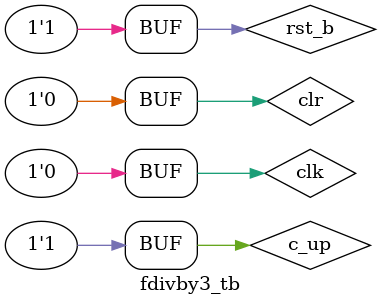
<source format=v>
module fdivby3 (input clk,input rst_b, input clr, input c_up, output fdclk);

localparam S0=0;
localparam S1=1;
localparam S2=2;

wire [2:0]st_nxt;
reg [2:0]st;

assign st_nxt[S0]=((~(c_up)|clr)&st[S0])|((c_up|clr)&st[S2])|(clr&st[S1]);
assign st_nxt[S1]=(c_up&~(clr)&st[S0])|(~(c_up)&~(clr)&st[S1]);
assign st_nxt[S2]=(~(c_up)&~clr&st[S2])|(c_up&~clr&st[S1]);

assign fdclk=st[S0];

always @(posedge clk,negedge rst_b) begin

if (~rst_b) begin
st<=0;
st[S0]<=1;
end
else
st<=st_nxt;

end

endmodule

module fdivby3_tb();

reg clr;
reg c_up;
reg clk;
reg rst_b;
wire fdclk;

fdivby3 uut(.clr(clr), .c_up(c_up), .clk(clk), .rst_b(rst_b), .fdclk(fdclk));

initial begin
clk=1'b0;
repeat (48) #(50) clk=~clk;
end

initial begin
rst_b=0;
c_up=1;
clr=0;
#25;
rst_b=1;
#375;
clr=1;
#100;
clr=0;
#100;
c_up=0;
#100;
c_up=1;
#400;
c_up=0;
#200;
c_up=1;
end

endmodule

</source>
